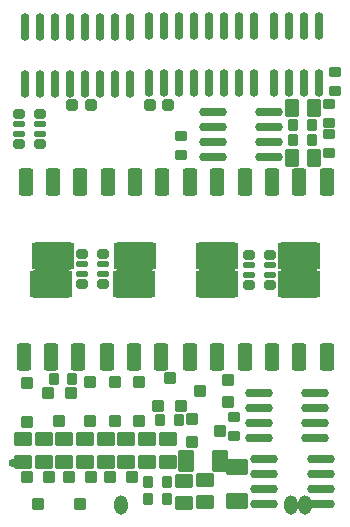
<source format=gts>
G04*
G04 #@! TF.GenerationSoftware,Altium Limited,Altium Designer,20.0.10 (225)*
G04*
G04 Layer_Color=7674933*
%FSLAX25Y25*%
%MOIN*%
G70*
G01*
G75*
%ADD33O,0.04488X0.06457*%
%ADD34O,0.03701X0.02913*%
G04:AMPARAMS|DCode=35|XSize=76.38mil|YSize=50.79mil|CornerRadius=7.28mil|HoleSize=0mil|Usage=FLASHONLY|Rotation=180.000|XOffset=0mil|YOffset=0mil|HoleType=Round|Shape=RoundedRectangle|*
%AMROUNDEDRECTD35*
21,1,0.07638,0.03622,0,0,180.0*
21,1,0.06181,0.05079,0,0,180.0*
1,1,0.01457,-0.03091,0.01811*
1,1,0.01457,0.03091,0.01811*
1,1,0.01457,0.03091,-0.01811*
1,1,0.01457,-0.03091,-0.01811*
%
%ADD35ROUNDEDRECTD35*%
G04:AMPARAMS|DCode=36|XSize=76.38mil|YSize=50.79mil|CornerRadius=7.28mil|HoleSize=0mil|Usage=FLASHONLY|Rotation=270.000|XOffset=0mil|YOffset=0mil|HoleType=Round|Shape=RoundedRectangle|*
%AMROUNDEDRECTD36*
21,1,0.07638,0.03622,0,0,270.0*
21,1,0.06181,0.05079,0,0,270.0*
1,1,0.01457,-0.01811,-0.03091*
1,1,0.01457,-0.01811,0.03091*
1,1,0.01457,0.01811,0.03091*
1,1,0.01457,0.01811,-0.03091*
%
%ADD36ROUNDEDRECTD36*%
G04:AMPARAMS|DCode=37|XSize=40.95mil|YSize=42.91mil|CornerRadius=6.3mil|HoleSize=0mil|Usage=FLASHONLY|Rotation=90.000|XOffset=0mil|YOffset=0mil|HoleType=Round|Shape=RoundedRectangle|*
%AMROUNDEDRECTD37*
21,1,0.04095,0.03032,0,0,90.0*
21,1,0.02835,0.04291,0,0,90.0*
1,1,0.01260,0.01516,0.01417*
1,1,0.01260,0.01516,-0.01417*
1,1,0.01260,-0.01516,-0.01417*
1,1,0.01260,-0.01516,0.01417*
%
%ADD37ROUNDEDRECTD37*%
G04:AMPARAMS|DCode=38|XSize=40.95mil|YSize=42.91mil|CornerRadius=6.3mil|HoleSize=0mil|Usage=FLASHONLY|Rotation=90.000|XOffset=0mil|YOffset=0mil|HoleType=Round|Shape=RoundedRectangle|*
%AMROUNDEDRECTD38*
21,1,0.04095,0.03032,0,0,90.0*
21,1,0.02835,0.04291,0,0,90.0*
1,1,0.01260,0.01516,0.01417*
1,1,0.01260,0.01516,-0.01417*
1,1,0.01260,-0.01516,-0.01417*
1,1,0.01260,-0.01516,0.01417*
%
%ADD38ROUNDEDRECTD38*%
G04:AMPARAMS|DCode=39|XSize=33.07mil|YSize=41.73mil|CornerRadius=5.51mil|HoleSize=0mil|Usage=FLASHONLY|Rotation=90.000|XOffset=0mil|YOffset=0mil|HoleType=Round|Shape=RoundedRectangle|*
%AMROUNDEDRECTD39*
21,1,0.03307,0.03071,0,0,90.0*
21,1,0.02205,0.04173,0,0,90.0*
1,1,0.01102,0.01535,0.01102*
1,1,0.01102,0.01535,-0.01102*
1,1,0.01102,-0.01535,-0.01102*
1,1,0.01102,-0.01535,0.01102*
%
%ADD39ROUNDEDRECTD39*%
G04:AMPARAMS|DCode=40|XSize=48.82mil|YSize=90.16mil|CornerRadius=7.09mil|HoleSize=0mil|Usage=FLASHONLY|Rotation=180.000|XOffset=0mil|YOffset=0mil|HoleType=Round|Shape=RoundedRectangle|*
%AMROUNDEDRECTD40*
21,1,0.04882,0.07598,0,0,180.0*
21,1,0.03465,0.09016,0,0,180.0*
1,1,0.01417,-0.01732,0.03799*
1,1,0.01417,0.01732,0.03799*
1,1,0.01417,0.01732,-0.03799*
1,1,0.01417,-0.01732,-0.03799*
%
%ADD40ROUNDEDRECTD40*%
G04:AMPARAMS|DCode=41|XSize=48.82mil|YSize=90.16mil|CornerRadius=7.09mil|HoleSize=0mil|Usage=FLASHONLY|Rotation=180.000|XOffset=0mil|YOffset=0mil|HoleType=Round|Shape=RoundedRectangle|*
%AMROUNDEDRECTD41*
21,1,0.04882,0.07599,0,0,180.0*
21,1,0.03465,0.09016,0,0,180.0*
1,1,0.01417,-0.01732,0.03799*
1,1,0.01417,0.01732,0.03799*
1,1,0.01417,0.01732,-0.03799*
1,1,0.01417,-0.01732,-0.03799*
%
%ADD41ROUNDEDRECTD41*%
G04:AMPARAMS|DCode=42|XSize=143.31mil|YSize=90.16mil|CornerRadius=11.22mil|HoleSize=0mil|Usage=FLASHONLY|Rotation=180.000|XOffset=0mil|YOffset=0mil|HoleType=Round|Shape=RoundedRectangle|*
%AMROUNDEDRECTD42*
21,1,0.14331,0.06772,0,0,180.0*
21,1,0.12087,0.09016,0,0,180.0*
1,1,0.02244,-0.06043,0.03386*
1,1,0.02244,0.06043,0.03386*
1,1,0.02244,0.06043,-0.03386*
1,1,0.02244,-0.06043,-0.03386*
%
%ADD42ROUNDEDRECTD42*%
G04:AMPARAMS|DCode=43|XSize=40.95mil|YSize=42.91mil|CornerRadius=6.3mil|HoleSize=0mil|Usage=FLASHONLY|Rotation=180.000|XOffset=0mil|YOffset=0mil|HoleType=Round|Shape=RoundedRectangle|*
%AMROUNDEDRECTD43*
21,1,0.04095,0.03032,0,0,180.0*
21,1,0.02835,0.04291,0,0,180.0*
1,1,0.01260,-0.01417,0.01516*
1,1,0.01260,0.01417,0.01516*
1,1,0.01260,0.01417,-0.01516*
1,1,0.01260,-0.01417,-0.01516*
%
%ADD43ROUNDEDRECTD43*%
G04:AMPARAMS|DCode=44|XSize=40.95mil|YSize=42.91mil|CornerRadius=6.3mil|HoleSize=0mil|Usage=FLASHONLY|Rotation=180.000|XOffset=0mil|YOffset=0mil|HoleType=Round|Shape=RoundedRectangle|*
%AMROUNDEDRECTD44*
21,1,0.04095,0.03032,0,0,180.0*
21,1,0.02835,0.04291,0,0,180.0*
1,1,0.01260,-0.01417,0.01516*
1,1,0.01260,0.01417,0.01516*
1,1,0.01260,0.01417,-0.01516*
1,1,0.01260,-0.01417,-0.01516*
%
%ADD44ROUNDEDRECTD44*%
G04:AMPARAMS|DCode=45|XSize=31.1mil|YSize=37.01mil|CornerRadius=5.32mil|HoleSize=0mil|Usage=FLASHONLY|Rotation=90.000|XOffset=0mil|YOffset=0mil|HoleType=Round|Shape=RoundedRectangle|*
%AMROUNDEDRECTD45*
21,1,0.03110,0.02638,0,0,90.0*
21,1,0.02047,0.03701,0,0,90.0*
1,1,0.01063,0.01319,0.01024*
1,1,0.01063,0.01319,-0.01024*
1,1,0.01063,-0.01319,-0.01024*
1,1,0.01063,-0.01319,0.01024*
%
%ADD45ROUNDEDRECTD45*%
G04:AMPARAMS|DCode=46|XSize=23.23mil|YSize=37.01mil|CornerRadius=4.53mil|HoleSize=0mil|Usage=FLASHONLY|Rotation=90.000|XOffset=0mil|YOffset=0mil|HoleType=Round|Shape=RoundedRectangle|*
%AMROUNDEDRECTD46*
21,1,0.02323,0.02795,0,0,90.0*
21,1,0.01417,0.03701,0,0,90.0*
1,1,0.00906,0.01398,0.00709*
1,1,0.00906,0.01398,-0.00709*
1,1,0.00906,-0.01398,-0.00709*
1,1,0.00906,-0.01398,0.00709*
%
%ADD46ROUNDEDRECTD46*%
%ADD47O,0.02913X0.09213*%
%ADD48O,0.09213X0.02913*%
G04:AMPARAMS|DCode=49|XSize=44.88mil|YSize=62.6mil|CornerRadius=6.69mil|HoleSize=0mil|Usage=FLASHONLY|Rotation=0.000|XOffset=0mil|YOffset=0mil|HoleType=Round|Shape=RoundedRectangle|*
%AMROUNDEDRECTD49*
21,1,0.04488,0.04921,0,0,0.0*
21,1,0.03150,0.06260,0,0,0.0*
1,1,0.01339,0.01575,-0.02461*
1,1,0.01339,-0.01575,-0.02461*
1,1,0.01339,-0.01575,0.02461*
1,1,0.01339,0.01575,0.02461*
%
%ADD49ROUNDEDRECTD49*%
G04:AMPARAMS|DCode=50|XSize=38.98mil|YSize=38.98mil|CornerRadius=6.1mil|HoleSize=0mil|Usage=FLASHONLY|Rotation=180.000|XOffset=0mil|YOffset=0mil|HoleType=Round|Shape=RoundedRectangle|*
%AMROUNDEDRECTD50*
21,1,0.03898,0.02677,0,0,180.0*
21,1,0.02677,0.03898,0,0,180.0*
1,1,0.01221,-0.01339,0.01339*
1,1,0.01221,0.01339,0.01339*
1,1,0.01221,0.01339,-0.01339*
1,1,0.01221,-0.01339,-0.01339*
%
%ADD50ROUNDEDRECTD50*%
G04:AMPARAMS|DCode=51|XSize=44.88mil|YSize=62.6mil|CornerRadius=6.69mil|HoleSize=0mil|Usage=FLASHONLY|Rotation=90.000|XOffset=0mil|YOffset=0mil|HoleType=Round|Shape=RoundedRectangle|*
%AMROUNDEDRECTD51*
21,1,0.04488,0.04921,0,0,90.0*
21,1,0.03150,0.06260,0,0,90.0*
1,1,0.01339,0.02461,0.01575*
1,1,0.01339,0.02461,-0.01575*
1,1,0.01339,-0.02461,-0.01575*
1,1,0.01339,-0.02461,0.01575*
%
%ADD51ROUNDEDRECTD51*%
G04:AMPARAMS|DCode=52|XSize=41.34mil|YSize=38.98mil|CornerRadius=6.1mil|HoleSize=0mil|Usage=FLASHONLY|Rotation=90.000|XOffset=0mil|YOffset=0mil|HoleType=Round|Shape=RoundedRectangle|*
%AMROUNDEDRECTD52*
21,1,0.04134,0.02677,0,0,90.0*
21,1,0.02913,0.03898,0,0,90.0*
1,1,0.01221,0.01339,0.01457*
1,1,0.01221,0.01339,-0.01457*
1,1,0.01221,-0.01339,-0.01457*
1,1,0.01221,-0.01339,0.01457*
%
%ADD52ROUNDEDRECTD52*%
G04:AMPARAMS|DCode=53|XSize=33.07mil|YSize=41.73mil|CornerRadius=5.51mil|HoleSize=0mil|Usage=FLASHONLY|Rotation=180.000|XOffset=0mil|YOffset=0mil|HoleType=Round|Shape=RoundedRectangle|*
%AMROUNDEDRECTD53*
21,1,0.03307,0.03071,0,0,180.0*
21,1,0.02205,0.04173,0,0,180.0*
1,1,0.01102,-0.01102,0.01535*
1,1,0.01102,0.01102,0.01535*
1,1,0.01102,0.01102,-0.01535*
1,1,0.01102,-0.01102,-0.01535*
%
%ADD53ROUNDEDRECTD53*%
D33*
X37506Y3302D02*
D03*
X94101D02*
D03*
X99045D02*
D03*
D34*
X1856Y17067D02*
D03*
D35*
X76378Y4528D02*
D03*
Y15945D02*
D03*
D36*
X70669Y17913D02*
D03*
X59252D02*
D03*
D37*
X73150Y37402D02*
D03*
X63898Y41142D02*
D03*
X70551Y28051D02*
D03*
X61299Y31791D02*
D03*
D38*
X73150Y44882D02*
D03*
X61299Y24311D02*
D03*
D39*
X75197Y26378D02*
D03*
Y32677D02*
D03*
X106791Y130473D02*
D03*
Y136772D02*
D03*
X108858Y147599D02*
D03*
Y141299D02*
D03*
X57480Y126339D02*
D03*
Y120039D02*
D03*
X106791Y126732D02*
D03*
Y120433D02*
D03*
D40*
X78740Y110787D02*
D03*
X60630D02*
D03*
X78740Y52520D02*
D03*
X60630D02*
D03*
X87992D02*
D03*
X106102D02*
D03*
X87992Y110787D02*
D03*
X106102D02*
D03*
X51378D02*
D03*
X33268D02*
D03*
X5906D02*
D03*
X24016D02*
D03*
X32874Y52520D02*
D03*
X50984D02*
D03*
X23228D02*
D03*
X5118D02*
D03*
D41*
X69685Y110787D02*
D03*
X69685Y52520D02*
D03*
X97047D02*
D03*
X97047Y110787D02*
D03*
X42323D02*
D03*
X14961D02*
D03*
X41929Y52520D02*
D03*
X14173D02*
D03*
D42*
X69685Y86378D02*
D03*
X69685Y76929D02*
D03*
X97047D02*
D03*
X97047Y86378D02*
D03*
X42323D02*
D03*
X14961D02*
D03*
X41929Y76929D02*
D03*
X14173D02*
D03*
D43*
X27657Y12677D02*
D03*
X23917Y3425D02*
D03*
X9941D02*
D03*
X13681Y12677D02*
D03*
X37500Y3425D02*
D03*
X41240Y12677D02*
D03*
X50000Y36162D02*
D03*
X53740Y45414D02*
D03*
X17028Y31378D02*
D03*
X20768Y40630D02*
D03*
D44*
X20177Y12677D02*
D03*
X6201D02*
D03*
X33760D02*
D03*
X57480Y36162D02*
D03*
X13287Y40630D02*
D03*
D45*
X31594Y76929D02*
D03*
X24508D02*
D03*
Y86969D02*
D03*
X31594D02*
D03*
X10630Y123583D02*
D03*
X3543D02*
D03*
Y133622D02*
D03*
X10630D02*
D03*
X87303Y86575D02*
D03*
X80216D02*
D03*
Y76535D02*
D03*
X87303D02*
D03*
D46*
X31594Y80374D02*
D03*
Y83524D02*
D03*
X24508D02*
D03*
Y80374D02*
D03*
X10630Y127028D02*
D03*
Y130177D02*
D03*
X3543D02*
D03*
Y127028D02*
D03*
X80216Y79980D02*
D03*
Y83130D02*
D03*
X87303D02*
D03*
Y79980D02*
D03*
D47*
X5433Y143661D02*
D03*
X10433D02*
D03*
X15433D02*
D03*
X20433D02*
D03*
X25433D02*
D03*
X30433D02*
D03*
X35433D02*
D03*
X40433D02*
D03*
X5433Y162559D02*
D03*
X10433D02*
D03*
X15433D02*
D03*
X20433D02*
D03*
X25433D02*
D03*
X30433D02*
D03*
X35433D02*
D03*
X40433D02*
D03*
X81870Y162756D02*
D03*
X76870D02*
D03*
X71870D02*
D03*
X66870D02*
D03*
X61870D02*
D03*
X56870D02*
D03*
X51870D02*
D03*
X46870D02*
D03*
X81870Y143858D02*
D03*
X76870D02*
D03*
X71870D02*
D03*
X66870D02*
D03*
X61870D02*
D03*
X56870D02*
D03*
X51870D02*
D03*
X46870D02*
D03*
X88465Y143858D02*
D03*
X93465D02*
D03*
X98465D02*
D03*
X103465D02*
D03*
X88465Y162756D02*
D03*
X93465D02*
D03*
X98465D02*
D03*
X103465D02*
D03*
D48*
X87008Y119134D02*
D03*
Y124134D02*
D03*
Y129134D02*
D03*
Y134134D02*
D03*
X68110Y119134D02*
D03*
Y124134D02*
D03*
Y129134D02*
D03*
Y134134D02*
D03*
X85237Y18681D02*
D03*
Y13681D02*
D03*
Y8681D02*
D03*
Y3681D02*
D03*
X104134Y18681D02*
D03*
Y13681D02*
D03*
Y8681D02*
D03*
Y3681D02*
D03*
X102363Y25532D02*
D03*
Y30531D02*
D03*
Y35531D02*
D03*
Y40532D02*
D03*
X83465Y25532D02*
D03*
Y30531D02*
D03*
Y35531D02*
D03*
Y40532D02*
D03*
D49*
X101969Y118858D02*
D03*
X94488D02*
D03*
X94390Y135492D02*
D03*
X101870D02*
D03*
D50*
X47087Y136575D02*
D03*
X53307D02*
D03*
X27520Y136673D02*
D03*
X21299D02*
D03*
D51*
X4921Y25059D02*
D03*
Y17579D02*
D03*
X11811D02*
D03*
Y25059D02*
D03*
X18701D02*
D03*
Y17579D02*
D03*
X25591D02*
D03*
Y25059D02*
D03*
X32480D02*
D03*
Y17579D02*
D03*
X39370D02*
D03*
Y25059D02*
D03*
X46260D02*
D03*
Y17579D02*
D03*
X53150D02*
D03*
Y25059D02*
D03*
X65650Y4094D02*
D03*
Y11575D02*
D03*
X58465Y11378D02*
D03*
Y3898D02*
D03*
D52*
X43406Y31358D02*
D03*
Y44350D02*
D03*
X6201Y43957D02*
D03*
Y30965D02*
D03*
X27362Y31358D02*
D03*
Y44350D02*
D03*
X35531D02*
D03*
Y31358D02*
D03*
D53*
X52953Y10984D02*
D03*
X46654D02*
D03*
X46555Y5374D02*
D03*
X52854D02*
D03*
X50492Y31457D02*
D03*
X56791D02*
D03*
X21358Y45335D02*
D03*
X15059D02*
D03*
X94980Y124961D02*
D03*
X101279D02*
D03*
X94980Y129882D02*
D03*
X101279D02*
D03*
M02*

</source>
